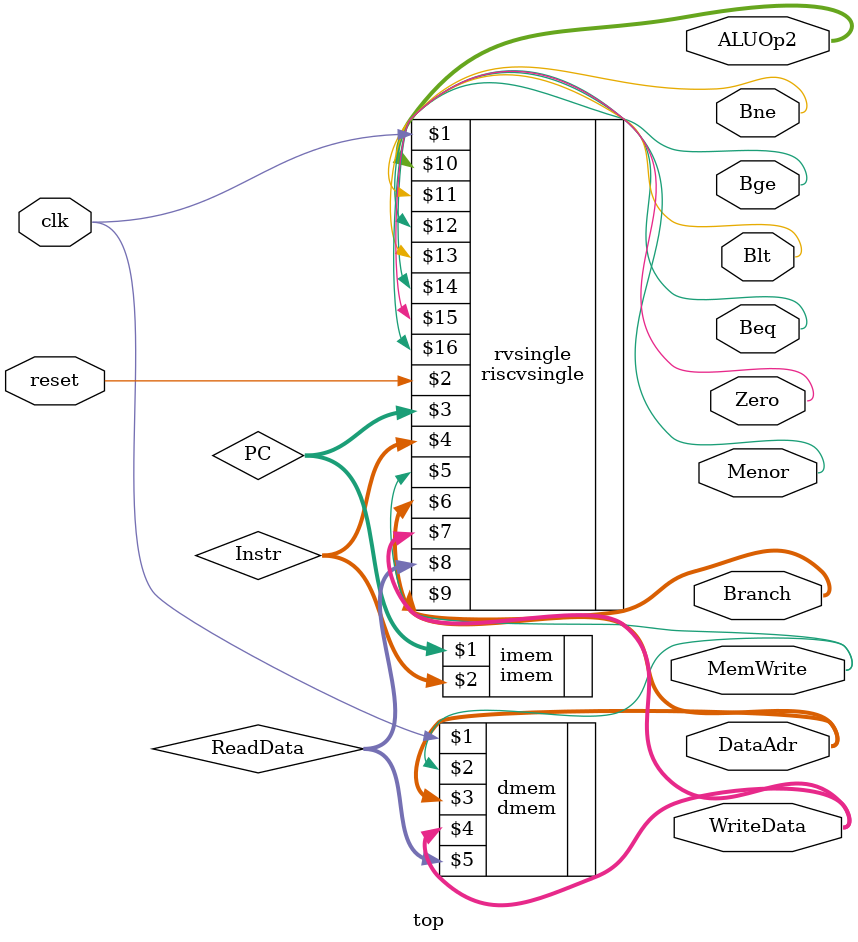
<source format=sv>


module top(input  logic        clk, reset, 
           output logic [31:0] WriteData, DataAdr, 
           output logic        MemWrite,
			  output logic [3:0]  Branch,
			  output logic [1:0] ALUOp2,
			  output logic       Bne,
			  output logic       Bge,
			  output logic       Blt,
			  output logic       Beq,
			  output logic       Zero,
			  output logic       Menor);

  logic [31:0] PC, Instr, ReadData;
  
  // instantiate processor and memories
  riscvsingle rvsingle(clk, reset, PC, Instr, MemWrite, DataAdr, 
                       WriteData, ReadData,Branch,ALUOp2,Bne,Bge,Blt,Beq,Zero,Menor);
					  
  imem imem(PC, Instr);
  
  dmem dmem(clk, MemWrite, DataAdr, WriteData, ReadData);
  
    
endmodule


</source>
